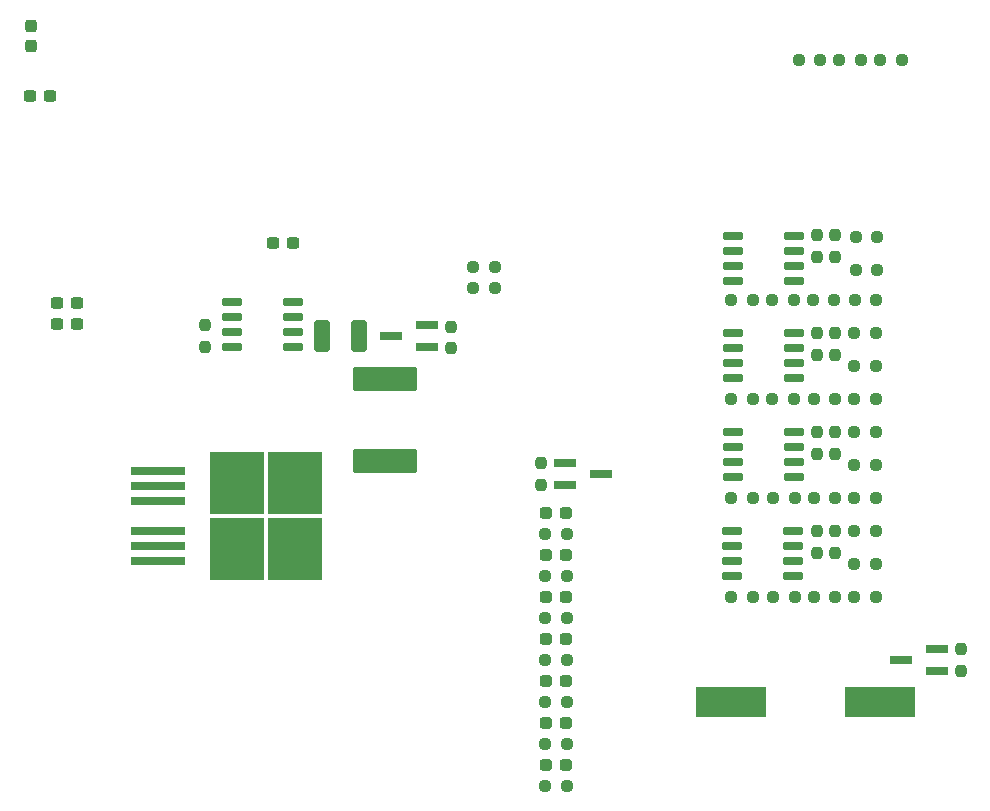
<source format=gtp>
G04 #@! TF.GenerationSoftware,KiCad,Pcbnew,(6.0.7)*
G04 #@! TF.CreationDate,2023-03-20T21:04:31-05:00*
G04 #@! TF.ProjectId,2023Rev2,32303233-5265-4763-922e-6b696361645f,rev?*
G04 #@! TF.SameCoordinates,Original*
G04 #@! TF.FileFunction,Paste,Top*
G04 #@! TF.FilePolarity,Positive*
%FSLAX46Y46*%
G04 Gerber Fmt 4.6, Leading zero omitted, Abs format (unit mm)*
G04 Created by KiCad (PCBNEW (6.0.7)) date 2023-03-20 21:04:31*
%MOMM*%
%LPD*%
G01*
G04 APERTURE LIST*
G04 Aperture macros list*
%AMRoundRect*
0 Rectangle with rounded corners*
0 $1 Rounding radius*
0 $2 $3 $4 $5 $6 $7 $8 $9 X,Y pos of 4 corners*
0 Add a 4 corners polygon primitive as box body*
4,1,4,$2,$3,$4,$5,$6,$7,$8,$9,$2,$3,0*
0 Add four circle primitives for the rounded corners*
1,1,$1+$1,$2,$3*
1,1,$1+$1,$4,$5*
1,1,$1+$1,$6,$7*
1,1,$1+$1,$8,$9*
0 Add four rect primitives between the rounded corners*
20,1,$1+$1,$2,$3,$4,$5,0*
20,1,$1+$1,$4,$5,$6,$7,0*
20,1,$1+$1,$6,$7,$8,$9,0*
20,1,$1+$1,$8,$9,$2,$3,0*%
G04 Aperture macros list end*
%ADD10RoundRect,0.237500X0.250000X0.237500X-0.250000X0.237500X-0.250000X-0.237500X0.250000X-0.237500X0*%
%ADD11RoundRect,0.237500X-0.300000X-0.237500X0.300000X-0.237500X0.300000X0.237500X-0.300000X0.237500X0*%
%ADD12RoundRect,0.237500X-0.237500X0.250000X-0.237500X-0.250000X0.237500X-0.250000X0.237500X0.250000X0*%
%ADD13RoundRect,0.237500X0.237500X-0.250000X0.237500X0.250000X-0.237500X0.250000X-0.237500X-0.250000X0*%
%ADD14RoundRect,0.237500X0.237500X-0.300000X0.237500X0.300000X-0.237500X0.300000X-0.237500X-0.300000X0*%
%ADD15RoundRect,0.250001X2.474999X-0.799999X2.474999X0.799999X-2.474999X0.799999X-2.474999X-0.799999X0*%
%ADD16RoundRect,0.250000X-0.412500X-1.100000X0.412500X-1.100000X0.412500X1.100000X-0.412500X1.100000X0*%
%ADD17R,1.900000X0.800000*%
%ADD18RoundRect,0.237500X-0.250000X-0.237500X0.250000X-0.237500X0.250000X0.237500X-0.250000X0.237500X0*%
%ADD19RoundRect,0.150000X0.725000X0.150000X-0.725000X0.150000X-0.725000X-0.150000X0.725000X-0.150000X0*%
%ADD20R,4.600000X0.800000*%
%ADD21R,4.550000X5.250000*%
%ADD22RoundRect,0.237500X0.287500X0.237500X-0.287500X0.237500X-0.287500X-0.237500X0.287500X-0.237500X0*%
%ADD23R,6.000000X2.500000*%
%ADD24RoundRect,0.150000X-0.725000X-0.150000X0.725000X-0.150000X0.725000X0.150000X-0.725000X0.150000X0*%
G04 APERTURE END LIST*
D10*
X159154500Y-72644000D03*
X157329500Y-72644000D03*
D11*
X89815500Y-52324000D03*
X91540500Y-52324000D03*
D10*
X155702000Y-75438000D03*
X153877000Y-75438000D03*
X133002000Y-80772000D03*
X131177000Y-80772000D03*
X152296500Y-75438000D03*
X150471500Y-75438000D03*
D12*
X155702000Y-61468000D03*
X155702000Y-63293000D03*
D10*
X126896500Y-49276000D03*
X125071500Y-49276000D03*
D13*
X154178000Y-46632500D03*
X154178000Y-44807500D03*
D10*
X155645500Y-50292000D03*
X153820500Y-50292000D03*
D12*
X155702000Y-69850000D03*
X155702000Y-71675000D03*
D14*
X87630000Y-28802500D03*
X87630000Y-27077500D03*
D12*
X155702000Y-44807500D03*
X155702000Y-46632500D03*
D10*
X155702000Y-67056000D03*
X153877000Y-67056000D03*
D15*
X117602000Y-63927000D03*
X117602000Y-56977000D03*
D10*
X159154500Y-67056000D03*
X157329500Y-67056000D03*
D16*
X112229500Y-53340000D03*
X115354500Y-53340000D03*
D10*
X159154500Y-69850000D03*
X157329500Y-69850000D03*
D12*
X123190000Y-52531000D03*
X123190000Y-54356000D03*
D10*
X152193000Y-50292000D03*
X150368000Y-50292000D03*
X159258000Y-47752000D03*
X157433000Y-47752000D03*
X159154500Y-58674000D03*
X157329500Y-58674000D03*
X159154500Y-61468000D03*
X157329500Y-61468000D03*
D17*
X164314000Y-81722000D03*
X164314000Y-79822000D03*
X161314000Y-80772000D03*
D13*
X154178000Y-54911000D03*
X154178000Y-53086000D03*
D18*
X159512000Y-29972000D03*
X161337000Y-29972000D03*
D10*
X154432000Y-29972000D03*
X152607000Y-29972000D03*
D19*
X152181000Y-48641000D03*
X152181000Y-47371000D03*
X152181000Y-46101000D03*
X152181000Y-44831000D03*
X147031000Y-44831000D03*
X147031000Y-46101000D03*
X147031000Y-47371000D03*
X147031000Y-48641000D03*
D10*
X155702000Y-58674000D03*
X153877000Y-58674000D03*
X152296500Y-67056000D03*
X150471500Y-67056000D03*
X152193000Y-58674000D03*
X150368000Y-58674000D03*
D13*
X130810000Y-65936500D03*
X130810000Y-64111500D03*
D10*
X159258000Y-44958000D03*
X157433000Y-44958000D03*
D20*
X98365000Y-64770000D03*
D21*
X105090000Y-71355000D03*
X109940000Y-65805000D03*
X109940000Y-71355000D03*
X105090000Y-65805000D03*
D20*
X98365000Y-69850000D03*
X98365000Y-66040000D03*
X98365000Y-67310000D03*
X98365000Y-72390000D03*
X98365000Y-71120000D03*
D12*
X166370000Y-79859500D03*
X166370000Y-81684500D03*
D17*
X121134000Y-54290000D03*
X121134000Y-52390000D03*
X118134000Y-53340000D03*
D10*
X148740500Y-67056000D03*
X146915500Y-67056000D03*
D13*
X102362000Y-54252500D03*
X102362000Y-52427500D03*
X154178000Y-71675000D03*
X154178000Y-69850000D03*
D22*
X132955000Y-89662000D03*
X131205000Y-89662000D03*
D18*
X131167500Y-87846500D03*
X132992500Y-87846500D03*
D23*
X146862000Y-84328000D03*
X159462000Y-84328000D03*
D10*
X159201500Y-50292000D03*
X157376500Y-50292000D03*
X159154500Y-64262000D03*
X157329500Y-64262000D03*
D13*
X154178000Y-63293000D03*
X154178000Y-61468000D03*
D24*
X104613000Y-50419000D03*
X104613000Y-51689000D03*
X104613000Y-52959000D03*
X104613000Y-54229000D03*
X109763000Y-54229000D03*
X109763000Y-52959000D03*
X109763000Y-51689000D03*
X109763000Y-50419000D03*
D18*
X156059500Y-29972000D03*
X157884500Y-29972000D03*
D22*
X132955000Y-68326000D03*
X131205000Y-68326000D03*
D18*
X131167500Y-91440000D03*
X132992500Y-91440000D03*
X131167500Y-77216000D03*
X132992500Y-77216000D03*
X131167500Y-84328000D03*
X132992500Y-84328000D03*
D10*
X148740500Y-50292000D03*
X146915500Y-50292000D03*
D22*
X132955000Y-86068500D03*
X131205000Y-86068500D03*
D10*
X159154500Y-55880000D03*
X157329500Y-55880000D03*
X159154500Y-75438000D03*
X157329500Y-75438000D03*
D19*
X152181000Y-65278000D03*
X152181000Y-64008000D03*
X152181000Y-62738000D03*
X152181000Y-61468000D03*
X147031000Y-61468000D03*
X147031000Y-62738000D03*
X147031000Y-64008000D03*
X147031000Y-65278000D03*
X152181000Y-56896000D03*
X152181000Y-55626000D03*
X152181000Y-54356000D03*
X152181000Y-53086000D03*
X147031000Y-53086000D03*
X147031000Y-54356000D03*
X147031000Y-55626000D03*
X147031000Y-56896000D03*
D22*
X132955000Y-71882000D03*
X131205000Y-71882000D03*
D17*
X132866000Y-64074000D03*
X132866000Y-65974000D03*
X135866000Y-65024000D03*
D11*
X89815500Y-50546000D03*
X91540500Y-50546000D03*
D22*
X132955000Y-75438000D03*
X131205000Y-75438000D03*
D10*
X148740500Y-75438000D03*
X146915500Y-75438000D03*
X159154500Y-53086000D03*
X157329500Y-53086000D03*
X148740500Y-58674000D03*
X146915500Y-58674000D03*
D22*
X132955000Y-82550000D03*
X131205000Y-82550000D03*
D12*
X155702000Y-53086000D03*
X155702000Y-54911000D03*
D22*
X132955000Y-78994000D03*
X131205000Y-78994000D03*
D11*
X87529500Y-33020000D03*
X89254500Y-33020000D03*
X108103500Y-45466000D03*
X109828500Y-45466000D03*
D18*
X131167500Y-70104000D03*
X132992500Y-70104000D03*
X131167500Y-73660000D03*
X132992500Y-73660000D03*
D19*
X152146000Y-73660000D03*
X152146000Y-72390000D03*
X152146000Y-71120000D03*
X152146000Y-69850000D03*
X146996000Y-69850000D03*
X146996000Y-71120000D03*
X146996000Y-72390000D03*
X146996000Y-73660000D03*
D18*
X125071500Y-47498000D03*
X126896500Y-47498000D03*
M02*

</source>
